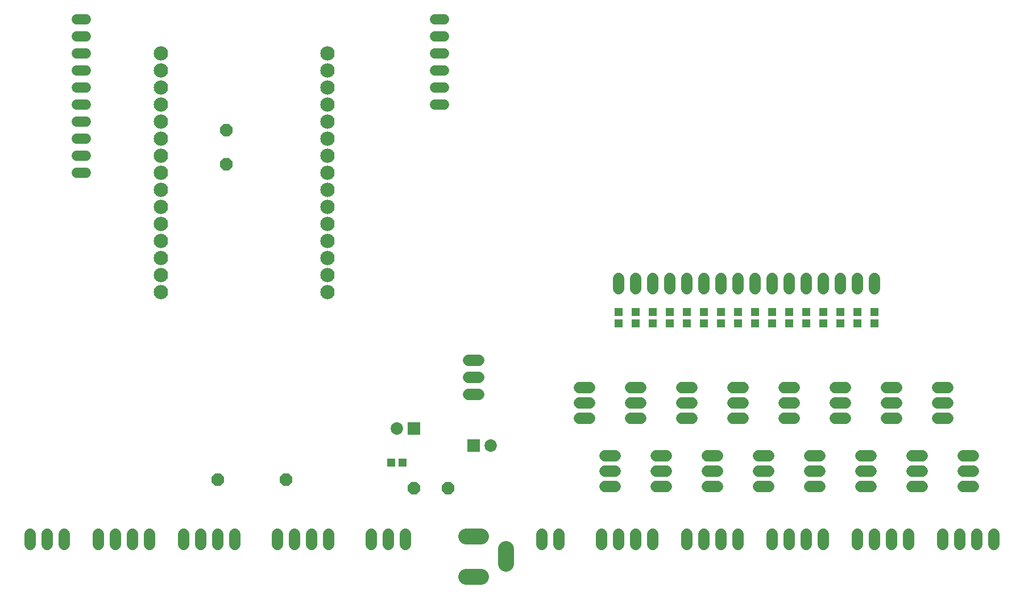
<source format=gbr>
G04 EAGLE Gerber RS-274X export*
G75*
%MOMM*%
%FSLAX34Y34*%
%LPD*%
%INSoldermask Bottom*%
%IPPOS*%
%AMOC8*
5,1,8,0,0,1.08239X$1,22.5*%
G01*
%ADD10C,1.727200*%
%ADD11R,1.303200X1.203200*%
%ADD12R,1.203200X1.303200*%
%ADD13C,1.524000*%
%ADD14C,2.133600*%
%ADD15C,2.387600*%
%ADD16R,1.854200X1.854200*%
%ADD17C,1.854200*%
%ADD18P,1.951982X8X202.500000*%
%ADD19P,1.951982X8X22.500000*%
%ADD20P,1.951982X8X292.500000*%


D10*
X744220Y368300D02*
X728980Y368300D01*
X728980Y393700D02*
X744220Y393700D01*
X744220Y419100D02*
X728980Y419100D01*
X1130300Y160020D02*
X1130300Y144780D01*
X1104900Y144780D02*
X1104900Y160020D01*
X1079500Y160020D02*
X1079500Y144780D01*
X1054100Y144780D02*
X1054100Y160020D01*
X1003300Y160020D02*
X1003300Y144780D01*
X977900Y144780D02*
X977900Y160020D01*
X952500Y160020D02*
X952500Y144780D01*
X927100Y144780D02*
X927100Y160020D01*
X863600Y160020D02*
X863600Y144780D01*
X838200Y144780D02*
X838200Y160020D01*
X635000Y160020D02*
X635000Y144780D01*
X609600Y144780D02*
X609600Y160020D01*
X584200Y160020D02*
X584200Y144780D01*
X127000Y144780D02*
X127000Y160020D01*
X101600Y160020D02*
X101600Y144780D01*
X76200Y144780D02*
X76200Y160020D01*
X381000Y160020D02*
X381000Y144780D01*
X355600Y144780D02*
X355600Y160020D01*
X330200Y160020D02*
X330200Y144780D01*
X304800Y144780D02*
X304800Y160020D01*
X254000Y160020D02*
X254000Y144780D01*
X228600Y144780D02*
X228600Y160020D01*
X203200Y160020D02*
X203200Y144780D01*
X177800Y144780D02*
X177800Y160020D01*
X520700Y160020D02*
X520700Y144780D01*
X495300Y144780D02*
X495300Y160020D01*
X469900Y160020D02*
X469900Y144780D01*
X444500Y144780D02*
X444500Y160020D01*
X1511300Y160020D02*
X1511300Y144780D01*
X1485900Y144780D02*
X1485900Y160020D01*
X1460500Y160020D02*
X1460500Y144780D01*
X1435100Y144780D02*
X1435100Y160020D01*
X1384300Y160020D02*
X1384300Y144780D01*
X1358900Y144780D02*
X1358900Y160020D01*
X1333500Y160020D02*
X1333500Y144780D01*
X1308100Y144780D02*
X1308100Y160020D01*
X1257300Y160020D02*
X1257300Y144780D01*
X1231900Y144780D02*
X1231900Y160020D01*
X1206500Y160020D02*
X1206500Y144780D01*
X1181100Y144780D02*
X1181100Y160020D01*
X952500Y525780D02*
X952500Y541020D01*
X977900Y541020D02*
X977900Y525780D01*
X1003300Y525780D02*
X1003300Y541020D01*
X1028700Y541020D02*
X1028700Y525780D01*
X1054100Y525780D02*
X1054100Y541020D01*
X1079500Y541020D02*
X1079500Y525780D01*
X1104900Y525780D02*
X1104900Y541020D01*
X1130300Y541020D02*
X1130300Y525780D01*
X1155700Y525780D02*
X1155700Y541020D01*
X1181100Y541020D02*
X1181100Y525780D01*
X1206500Y525780D02*
X1206500Y541020D01*
X1231900Y541020D02*
X1231900Y525780D01*
X1257300Y525780D02*
X1257300Y541020D01*
X1282700Y541020D02*
X1282700Y525780D01*
X1308100Y525780D02*
X1308100Y541020D01*
X1333500Y541020D02*
X1333500Y525780D01*
X1465580Y231140D02*
X1480820Y231140D01*
X1480820Y254000D02*
X1465580Y254000D01*
X1465580Y276860D02*
X1480820Y276860D01*
X1137920Y332740D02*
X1122680Y332740D01*
X1122680Y355600D02*
X1137920Y355600D01*
X1137920Y378460D02*
X1122680Y378460D01*
X1099820Y231140D02*
X1084580Y231140D01*
X1084580Y254000D02*
X1099820Y254000D01*
X1099820Y276860D02*
X1084580Y276860D01*
X1061720Y332740D02*
X1046480Y332740D01*
X1046480Y355600D02*
X1061720Y355600D01*
X1061720Y378460D02*
X1046480Y378460D01*
X1023620Y231140D02*
X1008380Y231140D01*
X1008380Y254000D02*
X1023620Y254000D01*
X1023620Y276860D02*
X1008380Y276860D01*
X985520Y332740D02*
X970280Y332740D01*
X970280Y355600D02*
X985520Y355600D01*
X985520Y378460D02*
X970280Y378460D01*
X947420Y231140D02*
X932180Y231140D01*
X932180Y254000D02*
X947420Y254000D01*
X947420Y276860D02*
X932180Y276860D01*
X909320Y332740D02*
X894080Y332740D01*
X894080Y355600D02*
X909320Y355600D01*
X909320Y378460D02*
X894080Y378460D01*
X1427480Y332740D02*
X1442720Y332740D01*
X1442720Y355600D02*
X1427480Y355600D01*
X1427480Y378460D02*
X1442720Y378460D01*
X1404620Y231140D02*
X1389380Y231140D01*
X1389380Y254000D02*
X1404620Y254000D01*
X1404620Y276860D02*
X1389380Y276860D01*
X1366520Y332740D02*
X1351280Y332740D01*
X1351280Y355600D02*
X1366520Y355600D01*
X1366520Y378460D02*
X1351280Y378460D01*
X1328420Y231140D02*
X1313180Y231140D01*
X1313180Y254000D02*
X1328420Y254000D01*
X1328420Y276860D02*
X1313180Y276860D01*
X1290320Y332740D02*
X1275080Y332740D01*
X1275080Y355600D02*
X1290320Y355600D01*
X1290320Y378460D02*
X1275080Y378460D01*
X1252220Y231140D02*
X1236980Y231140D01*
X1236980Y254000D02*
X1252220Y254000D01*
X1252220Y276860D02*
X1236980Y276860D01*
X1214120Y332740D02*
X1198880Y332740D01*
X1198880Y355600D02*
X1214120Y355600D01*
X1214120Y378460D02*
X1198880Y378460D01*
X1176020Y231140D02*
X1160780Y231140D01*
X1160780Y254000D02*
X1176020Y254000D01*
X1176020Y276860D02*
X1160780Y276860D01*
D11*
X630800Y266700D03*
X613800Y266700D03*
D12*
X1130300Y491100D03*
X1130300Y474100D03*
X1104900Y491100D03*
X1104900Y474100D03*
X1079500Y491100D03*
X1079500Y474100D03*
X1054100Y491100D03*
X1054100Y474100D03*
X1028700Y491100D03*
X1028700Y474100D03*
X1003300Y491100D03*
X1003300Y474100D03*
X977900Y491100D03*
X977900Y474100D03*
X952500Y491100D03*
X952500Y474100D03*
X1333500Y491100D03*
X1333500Y474100D03*
X1308100Y491100D03*
X1308100Y474100D03*
X1282700Y491100D03*
X1282700Y474100D03*
X1257300Y491100D03*
X1257300Y474100D03*
X1231900Y491100D03*
X1231900Y474100D03*
X1206500Y491100D03*
X1206500Y474100D03*
X1181100Y491100D03*
X1181100Y474100D03*
X1155700Y491100D03*
X1155700Y474100D03*
D13*
X692404Y927100D02*
X679196Y927100D01*
X679196Y901700D02*
X692404Y901700D01*
X692404Y876300D02*
X679196Y876300D01*
X679196Y850900D02*
X692404Y850900D01*
X692404Y825500D02*
X679196Y825500D01*
X679196Y800100D02*
X692404Y800100D01*
X159004Y698500D02*
X145796Y698500D01*
X145796Y723900D02*
X159004Y723900D01*
X159004Y749300D02*
X145796Y749300D01*
X145796Y774700D02*
X159004Y774700D01*
X159004Y800100D02*
X145796Y800100D01*
X145796Y825500D02*
X159004Y825500D01*
X159004Y850900D02*
X145796Y850900D01*
X145796Y876300D02*
X159004Y876300D01*
X159004Y901700D02*
X145796Y901700D01*
X145796Y927100D02*
X159004Y927100D01*
D14*
X271000Y876400D03*
X271000Y851000D03*
X271000Y825600D03*
X271000Y800200D03*
X271000Y774800D03*
X271000Y749400D03*
X271000Y724000D03*
X271000Y698600D03*
X271000Y673200D03*
X271000Y647800D03*
X271000Y622400D03*
X271000Y597000D03*
X271000Y571600D03*
X271000Y546200D03*
X271000Y520800D03*
X518700Y876400D03*
X518700Y851000D03*
X518700Y825600D03*
X518700Y800200D03*
X518700Y774800D03*
X518700Y749400D03*
X518700Y724000D03*
X518700Y698600D03*
X518700Y673200D03*
X518700Y647800D03*
X518700Y622400D03*
X518700Y597000D03*
X518700Y571600D03*
X518700Y546200D03*
X518700Y520800D03*
D15*
X784600Y137922D02*
X784600Y116078D01*
X747522Y97000D02*
X725678Y97000D01*
X725678Y157000D02*
X747522Y157000D01*
D16*
X647500Y317500D03*
D17*
X622500Y317500D03*
X761800Y292100D03*
D16*
X736800Y292100D03*
D18*
X698500Y228600D03*
X647700Y228600D03*
D19*
X355600Y241300D03*
X457200Y241300D03*
D20*
X368300Y762000D03*
X368300Y711200D03*
M02*

</source>
